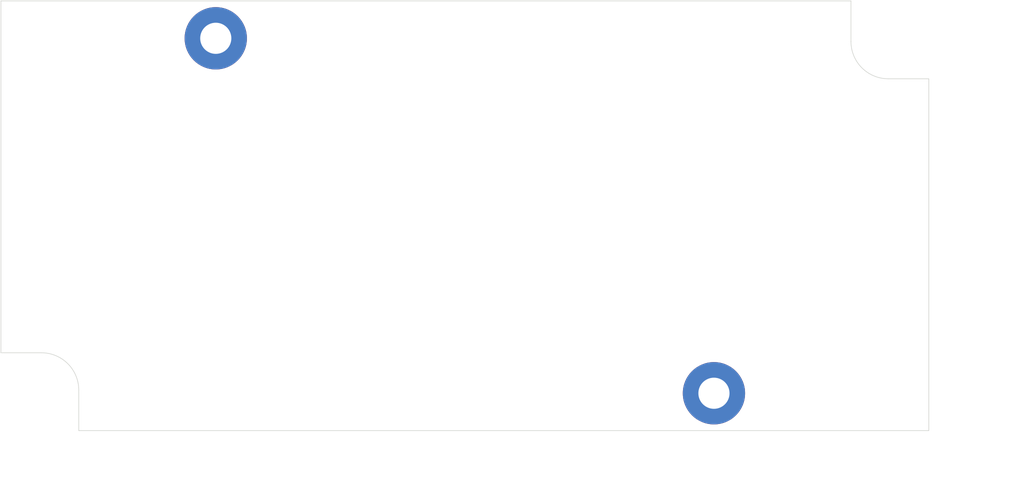
<source format=kicad_pcb>
(kicad_pcb (version 20171130) (host pcbnew "(5.1.4)-1")

  (general
    (thickness 1.6)
    (drawings 12)
    (tracks 0)
    (zones 0)
    (modules 2)
    (nets 1)
  )

  (page A4)
  (layers
    (0 F.Cu signal)
    (31 B.Cu signal)
    (32 B.Adhes user)
    (33 F.Adhes user)
    (34 B.Paste user)
    (35 F.Paste user)
    (36 B.SilkS user)
    (37 F.SilkS user)
    (38 B.Mask user)
    (39 F.Mask user)
    (40 Dwgs.User user)
    (41 Cmts.User user)
    (42 Eco1.User user)
    (43 Eco2.User user)
    (44 Edge.Cuts user)
    (45 Margin user)
    (46 B.CrtYd user)
    (47 F.CrtYd user)
    (48 B.Fab user)
    (49 F.Fab user)
  )

  (setup
    (last_trace_width 0.25)
    (trace_clearance 0.2)
    (zone_clearance 0.508)
    (zone_45_only no)
    (trace_min 0.2)
    (via_size 0.8)
    (via_drill 0.4)
    (via_min_size 0.4)
    (via_min_drill 0.3)
    (uvia_size 0.3)
    (uvia_drill 0.1)
    (uvias_allowed no)
    (uvia_min_size 0.2)
    (uvia_min_drill 0.1)
    (edge_width 0.05)
    (segment_width 0.2)
    (pcb_text_width 0.3)
    (pcb_text_size 1.5 1.5)
    (mod_edge_width 0.12)
    (mod_text_size 1 1)
    (mod_text_width 0.15)
    (pad_size 5 5)
    (pad_drill 2.5)
    (pad_to_mask_clearance 0.051)
    (solder_mask_min_width 0.25)
    (aux_axis_origin 15 49.5)
    (visible_elements 7FFFFFFF)
    (pcbplotparams
      (layerselection 0x010fc_ffffffff)
      (usegerberextensions false)
      (usegerberattributes false)
      (usegerberadvancedattributes false)
      (creategerberjobfile false)
      (excludeedgelayer true)
      (linewidth 0.100000)
      (plotframeref false)
      (viasonmask false)
      (mode 1)
      (useauxorigin false)
      (hpglpennumber 1)
      (hpglpenspeed 20)
      (hpglpendiameter 15.000000)
      (psnegative false)
      (psa4output false)
      (plotreference true)
      (plotvalue true)
      (plotinvisibletext false)
      (padsonsilk false)
      (subtractmaskfromsilk false)
      (outputformat 1)
      (mirror false)
      (drillshape 1)
      (scaleselection 1)
      (outputdirectory ""))
  )

  (net 0 "")

  (net_class Default "This is the default net class."
    (clearance 0.2)
    (trace_width 0.25)
    (via_dia 0.8)
    (via_drill 0.4)
    (uvia_dia 0.3)
    (uvia_drill 0.1)
  )

  (module MountingHole:MountingHole_2.5mm_Pad (layer F.Cu) (tedit 5D742A5E) (tstamp 5D72D0B8)
    (at 72.25 46.5)
    (descr "Mounting Hole 2.5mm")
    (tags "mounting hole 2.5mm")
    (attr virtual)
    (fp_text reference ~ (at 0 -3.5) (layer F.SilkS) hide
      (effects (font (size 1 1) (thickness 0.15)))
    )
    (fp_text value ~ (at 0 3.5) (layer F.Fab) hide
      (effects (font (size 1 1) (thickness 0.15)))
    )
    (fp_text user %R (at 0.3 0) (layer F.Fab)
      (effects (font (size 1 1) (thickness 0.15)))
    )
    (fp_circle (center 0 0) (end 2.5 0) (layer Cmts.User) (width 0.15))
    (fp_circle (center 0 0) (end 2.75 0) (layer F.CrtYd) (width 0.05))
    (pad ~ thru_hole circle (at 0 0) (size 5 5) (drill 2.5) (layers *.Cu *.Mask))
  )

  (module MountingHole:MountingHole_2.5mm_Pad (layer F.Cu) (tedit 5D742A57) (tstamp 5D72D056)
    (at 32.25 18)
    (descr "Mounting Hole 2.5mm")
    (tags "mounting hole 2.5mm")
    (attr virtual)
    (fp_text reference ~ (at 0 -3.5) (layer F.SilkS) hide
      (effects (font (size 1 1) (thickness 0.15)))
    )
    (fp_text value ~ (at 0 3.5) (layer F.Fab) hide
      (effects (font (size 1 1) (thickness 0.15)))
    )
    (fp_circle (center 0 0) (end 2.75 0) (layer F.CrtYd) (width 0.05))
    (fp_circle (center 0 0) (end 2.5 0) (layer Cmts.User) (width 0.15))
    (fp_text user %R (at 0.3 0) (layer F.Fab)
      (effects (font (size 1 1) (thickness 0.15)))
    )
    (pad ~ thru_hole circle (at 0 0) (size 5 5) (drill 2.5) (layers *.Cu *.Mask))
  )

  (gr_arc (start 18.25 46.25) (end 21.25 46.25) (angle -90) (layer Edge.Cuts) (width 0.05) (tstamp 5D72E07A))
  (gr_arc (start 86.25 18.25) (end 83.25 18.25) (angle -90) (layer Edge.Cuts) (width 0.05))
  (dimension 74.5 (width 0.15) (layer Dwgs.User)
    (gr_text "74,500 mm" (at 52.25 55.8) (layer Dwgs.User)
      (effects (font (size 1 1) (thickness 0.15)))
    )
    (feature1 (pts (xy 89.5 49.5) (xy 89.5 55.086421)))
    (feature2 (pts (xy 15 49.5) (xy 15 55.086421)))
    (crossbar (pts (xy 15 54.5) (xy 89.5 54.5)))
    (arrow1a (pts (xy 89.5 54.5) (xy 88.373496 55.086421)))
    (arrow1b (pts (xy 89.5 54.5) (xy 88.373496 53.913579)))
    (arrow2a (pts (xy 15 54.5) (xy 16.126504 55.086421)))
    (arrow2b (pts (xy 15 54.5) (xy 16.126504 53.913579)))
  )
  (dimension 34.5 (width 0.15) (layer Dwgs.User)
    (gr_text "34,500 mm" (at 95.8 32.25 90) (layer Dwgs.User)
      (effects (font (size 1 1) (thickness 0.15)))
    )
    (feature1 (pts (xy 89.5 15) (xy 95.086421 15)))
    (feature2 (pts (xy 89.5 49.5) (xy 95.086421 49.5)))
    (crossbar (pts (xy 94.5 49.5) (xy 94.5 15)))
    (arrow1a (pts (xy 94.5 15) (xy 95.086421 16.126504)))
    (arrow1b (pts (xy 94.5 15) (xy 93.913579 16.126504)))
    (arrow2a (pts (xy 94.5 49.5) (xy 95.086421 48.373496)))
    (arrow2b (pts (xy 94.5 49.5) (xy 93.913579 48.373496)))
  )
  (gr_line (start 89.5 21.25) (end 86.25 21.25) (layer Edge.Cuts) (width 0.05) (tstamp 5D72DFF8))
  (gr_line (start 83.25 18.25) (end 83.25 15) (layer Edge.Cuts) (width 0.05) (tstamp 5D72DFD9))
  (gr_line (start 18.25 43.25) (end 15 43.25) (layer Edge.Cuts) (width 0.05))
  (gr_line (start 21.25 49.5) (end 21.25 46.25) (layer Edge.Cuts) (width 0.05))
  (gr_line (start 15 43.25) (end 15 15) (layer Edge.Cuts) (width 0.05) (tstamp 5D72DFA0))
  (gr_line (start 89.5 49.5) (end 21.25 49.5) (layer Edge.Cuts) (width 0.05))
  (gr_line (start 89.5 21.25) (end 89.5 49.5) (layer Edge.Cuts) (width 0.05))
  (gr_line (start 15 15) (end 83.25 15) (layer Edge.Cuts) (width 0.05))

)

</source>
